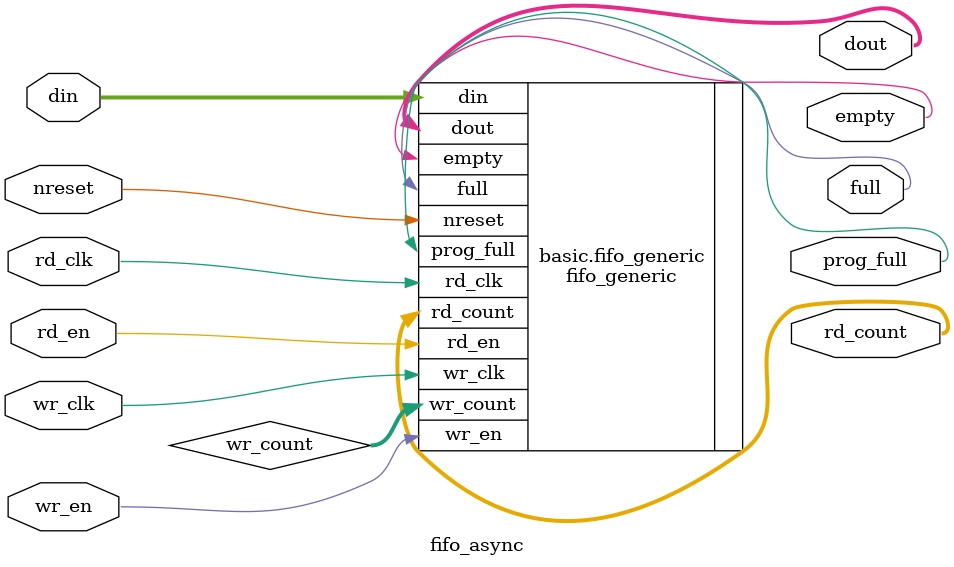
<source format=v>
module fifo_async # (parameter DW        = 104,      // FIFO width
			parameter DEPTH     = 32,       // FIFO depth (entries)
			parameter PROG_FULL = (DEPTH/2),// program full threshold   
			parameter AW = $clog2(DEPTH)    // binary read count width
			)
   (
    input 	    nreset, // async reset
    input 	    wr_clk, // write clock   
    input 	    wr_en, // write fifo
    input [DW-1:0]  din, // data to write
    input 	    rd_clk, // read clock   
    input 	    rd_en, // read fifo
    output [DW-1:0] dout, // output data (next cycle)
    output 	    full, // fifo is full
    output 	    prog_full, // fifo reaches full threshold
    output 	    empty, // fifo is empty
    output [AW-1:0] rd_count  // # of valid entries in fifo
    );
      
   //local wires
   wire [AW-1:0]   wr_count;  // valid entries in fifo

   generate
     begin : basic   
	 fifo_generic #(.DEPTH(DEPTH),
			   .DW(DW))
	 fifo_generic (
		       // Outputs
		       .full			(full),
		       .prog_full		(prog_full),
		       .dout			(dout[DW-1:0]),
		       .empty			(empty),
		       .rd_count		(rd_count[AW-1:0]),
		       .wr_count		(wr_count[AW-1:0]),
		       // Inputs
		       .nreset   		(nreset),
		       .wr_clk			(wr_clk),
		       .rd_clk			(rd_clk),
		       .wr_en			(wr_en),
		       .din			(din[DW-1:0]),
		       .rd_en			(rd_en));
      end 
   endgenerate
      
endmodule // fifo_async
</source>
